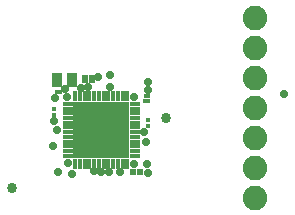
<source format=gts>
G75*
%MOIN*%
%OFA0B0*%
%FSLAX25Y25*%
%IPPOS*%
%LPD*%
%AMOC8*
5,1,8,0,0,1.08239X$1,22.5*
%
%ADD10R,0.03477X0.01706*%
%ADD11R,0.18910X0.18910*%
%ADD12R,0.01706X0.03477*%
%ADD13R,0.03320X0.04816*%
%ADD14R,0.01292X0.01391*%
%ADD15R,0.01981X0.01587*%
%ADD16R,0.01784X0.01784*%
%ADD17R,0.02178X0.02375*%
%ADD18C,0.08200*%
%ADD19C,0.02800*%
%ADD20C,0.03378*%
D10*
X0027646Y0027914D03*
X0027646Y0029489D03*
X0027646Y0031064D03*
X0027646Y0032639D03*
X0027646Y0034213D03*
X0027646Y0035788D03*
X0027646Y0037363D03*
X0027646Y0038938D03*
X0027646Y0040513D03*
X0027646Y0042087D03*
X0027646Y0043662D03*
X0027646Y0045237D03*
X0050166Y0045237D03*
X0050166Y0043662D03*
X0050166Y0042087D03*
X0050166Y0040513D03*
X0050166Y0038938D03*
X0050166Y0037363D03*
X0050166Y0035788D03*
X0050166Y0034213D03*
X0050166Y0032639D03*
X0050166Y0031064D03*
X0050166Y0029489D03*
X0050166Y0027914D03*
D11*
X0038906Y0036576D03*
D12*
X0038119Y0047835D03*
X0039694Y0047835D03*
X0041269Y0047835D03*
X0042843Y0047835D03*
X0044418Y0047835D03*
X0045993Y0047835D03*
X0047568Y0047835D03*
X0036544Y0047835D03*
X0034969Y0047835D03*
X0033394Y0047835D03*
X0031820Y0047835D03*
X0030245Y0047835D03*
X0030245Y0025316D03*
X0031820Y0025316D03*
X0033394Y0025316D03*
X0034969Y0025316D03*
X0036544Y0025316D03*
X0038119Y0025316D03*
X0039694Y0025316D03*
X0041269Y0025316D03*
X0042843Y0025316D03*
X0044418Y0025316D03*
X0045993Y0025316D03*
X0047568Y0025316D03*
D13*
X0029162Y0053020D03*
X0024123Y0053020D03*
D14*
X0024223Y0049242D03*
X0025153Y0049242D03*
X0053654Y0047721D03*
X0054584Y0047721D03*
X0054569Y0046351D03*
X0053639Y0046351D03*
D15*
X0035690Y0052981D03*
X0035690Y0054162D03*
X0033564Y0054162D03*
X0033564Y0052981D03*
D16*
X0023217Y0043413D03*
X0023217Y0041613D03*
X0054363Y0039787D03*
X0054363Y0037987D03*
D17*
X0051762Y0022448D03*
X0049321Y0022448D03*
D18*
X0090260Y0023992D03*
X0090260Y0033992D03*
X0090260Y0043992D03*
X0090260Y0053992D03*
X0090260Y0063992D03*
X0090260Y0073992D03*
X0090260Y0013992D03*
D19*
X0054603Y0022223D03*
X0053981Y0025233D03*
X0049860Y0025084D03*
X0045174Y0022577D03*
X0041356Y0022577D03*
X0038956Y0022577D03*
X0036548Y0022745D03*
X0029095Y0021918D03*
X0024607Y0022619D03*
X0027961Y0025513D03*
X0022741Y0031020D03*
X0024284Y0036421D03*
X0023202Y0039465D03*
X0023469Y0047224D03*
X0027497Y0047670D03*
X0026709Y0050070D03*
X0032203Y0050574D03*
X0034603Y0050894D03*
X0037883Y0054072D03*
X0041744Y0054787D03*
X0041906Y0050922D03*
X0049733Y0047496D03*
X0054631Y0049926D03*
X0054450Y0052481D03*
X0053135Y0035728D03*
X0053855Y0032359D03*
X0099725Y0048544D03*
D20*
X0009174Y0017048D03*
X0038816Y0037430D03*
X0045219Y0034002D03*
X0045197Y0030053D03*
X0040386Y0030107D03*
X0060355Y0040670D03*
M02*

</source>
